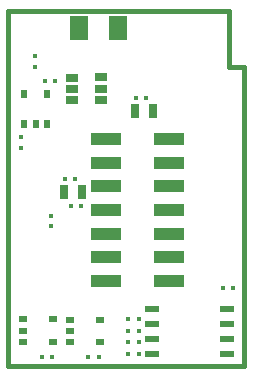
<source format=gbp>
G04 (created by PCBNEW-RS274X (2010-05-05 BZR 2356)-stable) date 2010年10月26日 星期二 23时10分03秒*
G01*
G70*
G90*
%MOIN*%
G04 Gerber Fmt 3.4, Leading zero omitted, Abs format*
%FSLAX34Y34*%
G04 APERTURE LIST*
%ADD10C,0.006000*%
%ADD11C,0.015000*%
%ADD12R,0.018100X0.018100*%
%ADD13R,0.025000X0.045000*%
%ADD14R,0.060000X0.080000*%
%ADD15R,0.045000X0.020000*%
%ADD16R,0.030000X0.020000*%
%ADD17R,0.020000X0.030000*%
%ADD18R,0.039400X0.027600*%
%ADD19R,0.098400X0.039400*%
G04 APERTURE END LIST*
G54D10*
G54D11*
X47244Y-41220D02*
X47244Y-41220D01*
X46732Y-41221D02*
X47244Y-41221D01*
X46732Y-39370D02*
X46732Y-41220D01*
X39370Y-51181D02*
X39370Y-39370D01*
X47244Y-51181D02*
X39370Y-51181D01*
X47244Y-41220D02*
X47244Y-51181D01*
X39370Y-39370D02*
X46732Y-39370D01*
G54D12*
X43370Y-50010D03*
X43720Y-50010D03*
X46520Y-48580D03*
X46870Y-48580D03*
X43720Y-49630D03*
X43370Y-49630D03*
X40810Y-46180D03*
X40810Y-46530D03*
X41250Y-44940D03*
X41600Y-44940D03*
X43720Y-50390D03*
X43370Y-50390D03*
X43720Y-50780D03*
X43370Y-50780D03*
X40250Y-41210D03*
X40250Y-40860D03*
X42390Y-50880D03*
X42040Y-50880D03*
X40840Y-50880D03*
X40490Y-50880D03*
X40580Y-41680D03*
X40930Y-41680D03*
X39800Y-43920D03*
X39800Y-43570D03*
G54D13*
X43598Y-42677D03*
X44198Y-42677D03*
X41820Y-45400D03*
X41220Y-45400D03*
G54D14*
X41720Y-39930D03*
X43020Y-39930D03*
G54D15*
X46670Y-50790D03*
X46670Y-50290D03*
X46670Y-49790D03*
X46670Y-49290D03*
X44170Y-49290D03*
X44170Y-49790D03*
X44170Y-50290D03*
X44170Y-50790D03*
G54D16*
X41430Y-50395D03*
X41430Y-49645D03*
X42430Y-50395D03*
X41430Y-50020D03*
X42430Y-49645D03*
G54D17*
X40655Y-43120D03*
X39905Y-43120D03*
X40655Y-42120D03*
X40280Y-43120D03*
X39905Y-42120D03*
G54D16*
X39860Y-50385D03*
X39860Y-49635D03*
X40860Y-50385D03*
X39860Y-50010D03*
X40860Y-49635D03*
G54D18*
X41510Y-42320D03*
X41510Y-41945D03*
X41510Y-41572D03*
X42454Y-41570D03*
X42454Y-41948D03*
X42454Y-42320D03*
G54D12*
X43622Y-42244D03*
X43972Y-42244D03*
X41810Y-45870D03*
X41460Y-45870D03*
G54D19*
X44729Y-43630D03*
X42642Y-43630D03*
X44729Y-44417D03*
X42642Y-44417D03*
X44729Y-45205D03*
X42642Y-45205D03*
X44729Y-45992D03*
X42642Y-45992D03*
X44729Y-46780D03*
X42642Y-46780D03*
X44729Y-47567D03*
X42642Y-47567D03*
X44729Y-48354D03*
X42642Y-48354D03*
M02*

</source>
